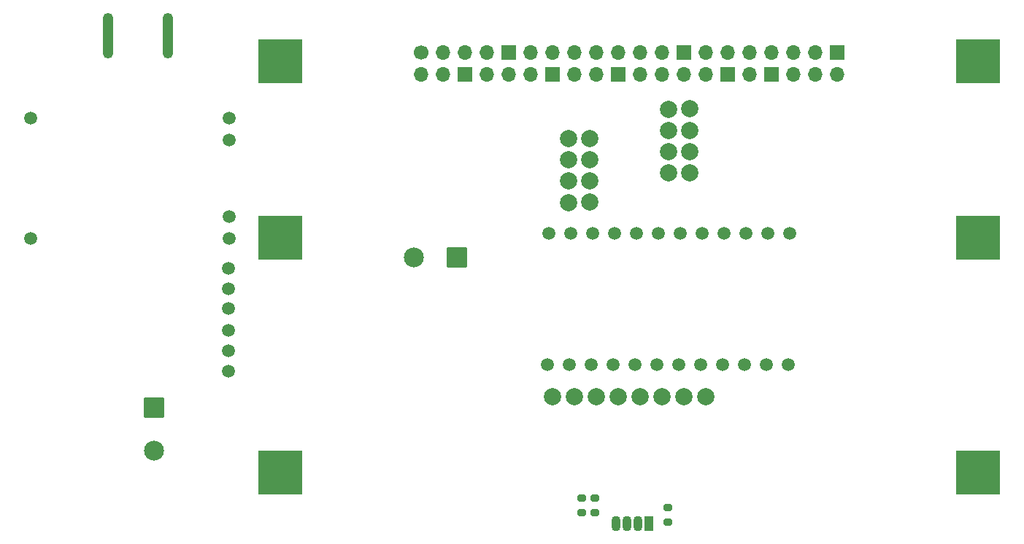
<source format=gbr>
%TF.GenerationSoftware,KiCad,Pcbnew,8.0.3*%
%TF.CreationDate,2024-06-25T13:40:25-04:00*%
%TF.ProjectId,StringsVR-SheepyHat,53747269-6e67-4735-9652-2d5368656570,rev?*%
%TF.SameCoordinates,Original*%
%TF.FileFunction,Soldermask,Top*%
%TF.FilePolarity,Negative*%
%FSLAX46Y46*%
G04 Gerber Fmt 4.6, Leading zero omitted, Abs format (unit mm)*
G04 Created by KiCad (PCBNEW 8.0.3) date 2024-06-25 13:40:25*
%MOMM*%
%LPD*%
G01*
G04 APERTURE LIST*
G04 Aperture macros list*
%AMRoundRect*
0 Rectangle with rounded corners*
0 $1 Rounding radius*
0 $2 $3 $4 $5 $6 $7 $8 $9 X,Y pos of 4 corners*
0 Add a 4 corners polygon primitive as box body*
4,1,4,$2,$3,$4,$5,$6,$7,$8,$9,$2,$3,0*
0 Add four circle primitives for the rounded corners*
1,1,$1+$1,$2,$3*
1,1,$1+$1,$4,$5*
1,1,$1+$1,$6,$7*
1,1,$1+$1,$8,$9*
0 Add four rect primitives between the rounded corners*
20,1,$1+$1,$2,$3,$4,$5,0*
20,1,$1+$1,$4,$5,$6,$7,0*
20,1,$1+$1,$6,$7,$8,$9,0*
20,1,$1+$1,$8,$9,$2,$3,0*%
%AMFreePoly0*
4,1,5,2.500000,-2.500000,-2.500000,-2.500000,-2.500000,2.500000,2.500000,2.500000,2.500000,-2.500000,2.500000,-2.500000,$1*%
G04 Aperture macros list end*
%ADD10O,1.200000X5.300000*%
%ADD11RoundRect,0.200000X0.275000X-0.200000X0.275000X0.200000X-0.275000X0.200000X-0.275000X-0.200000X0*%
%ADD12C,1.500000*%
%ADD13C,2.000000*%
%ADD14RoundRect,0.102000X1.050000X1.050000X-1.050000X1.050000X-1.050000X-1.050000X1.050000X-1.050000X0*%
%ADD15C,2.304000*%
%ADD16FreePoly0,180.000000*%
%ADD17RoundRect,0.102000X-1.050000X1.050000X-1.050000X-1.050000X1.050000X-1.050000X1.050000X1.050000X0*%
%ADD18R,1.070000X1.800000*%
%ADD19O,1.070000X1.800000*%
%ADD20C,1.700000*%
%ADD21O,1.700000X1.700000*%
%ADD22R,1.700000X1.700000*%
G04 APERTURE END LIST*
D10*
%TO.C,SW2*%
X78055000Y-71285000D03*
X85040000Y-71285000D03*
%TD*%
D11*
%TO.C,R1*%
X143040000Y-127785000D03*
X143040000Y-126135000D03*
%TD*%
D12*
%TO.C,U2*%
X157040000Y-109485000D03*
X154500000Y-109485000D03*
X151960000Y-109485000D03*
X149420000Y-109485000D03*
X146880000Y-109485000D03*
X144340000Y-109485000D03*
X141800000Y-109485000D03*
X139260000Y-109485000D03*
X136720000Y-109485000D03*
X134180000Y-109485000D03*
X131640000Y-109485000D03*
X129100000Y-109485000D03*
X129260000Y-94285000D03*
X131800000Y-94285000D03*
X134340000Y-94285000D03*
X136880000Y-94285000D03*
X139420000Y-94285000D03*
X141960000Y-94285000D03*
X144500000Y-94285000D03*
X147040000Y-94285000D03*
X149580000Y-94285000D03*
X152120000Y-94285000D03*
X154660000Y-94285000D03*
X157200000Y-94285000D03*
%TD*%
D13*
%TO.C,J1*%
X147428857Y-113253425D03*
X144888857Y-113253425D03*
X142348857Y-113253425D03*
X139808857Y-113253425D03*
X137268857Y-113253425D03*
X134728857Y-113253425D03*
X132188857Y-113253425D03*
X129648857Y-113253425D03*
%TD*%
D11*
%TO.C,R2*%
X134540000Y-126685000D03*
X134540000Y-125035000D03*
%TD*%
D14*
%TO.C,J3*%
X118540000Y-97035000D03*
D15*
X113540000Y-97035000D03*
%TD*%
D16*
%TO.C,U8*%
X179040000Y-122035000D03*
X98040000Y-122035000D03*
%TD*%
D17*
%TO.C,J4*%
X83402500Y-114535000D03*
D15*
X83402500Y-119535000D03*
%TD*%
D16*
%TO.C,U6*%
X179040000Y-74285000D03*
X98040000Y-74285000D03*
%TD*%
D13*
%TO.C,U1*%
X143080000Y-79845000D03*
X143080000Y-82305000D03*
X143080000Y-84765000D03*
X143080000Y-87225000D03*
X145540000Y-79825000D03*
X145540000Y-82285000D03*
X145540000Y-84745000D03*
X145540000Y-87205000D03*
%TD*%
D16*
%TO.C,U7*%
X179040000Y-94785000D03*
X98040000Y-94785000D03*
%TD*%
D18*
%TO.C,D1*%
X140828070Y-127925458D03*
D19*
X139558070Y-127925458D03*
X138288070Y-127925458D03*
X137018070Y-127925458D03*
%TD*%
D13*
%TO.C,U3*%
X134000000Y-90645000D03*
X134000000Y-88185000D03*
X134000000Y-85725000D03*
X134000000Y-83265000D03*
X131540000Y-90665000D03*
X131540000Y-88205000D03*
X131540000Y-85745000D03*
X131540000Y-83285000D03*
%TD*%
D12*
%TO.C,U4*%
X69140000Y-80885000D03*
X69140000Y-94885000D03*
X92140000Y-80885000D03*
X92140000Y-83425000D03*
X92140000Y-92345000D03*
X92140000Y-94885000D03*
%TD*%
D11*
%TO.C,R3*%
X133040000Y-126685000D03*
X133040000Y-125035000D03*
%TD*%
D12*
%TO.C,U5*%
X92040000Y-110285000D03*
X92040000Y-107885000D03*
X92040000Y-105555000D03*
X92040000Y-103015000D03*
X92040000Y-100685000D03*
X92040000Y-98285000D03*
%TD*%
D20*
%TO.C,J2*%
X114420000Y-73245000D03*
D21*
X114420000Y-75785000D03*
X116960000Y-73245000D03*
X116960000Y-75785000D03*
X119500000Y-73245000D03*
D22*
X119500000Y-75785000D03*
D21*
X122040000Y-73245000D03*
X122040000Y-75785000D03*
D22*
X124580000Y-73245000D03*
D21*
X124580000Y-75785000D03*
X127120000Y-73245000D03*
X127120000Y-75785000D03*
X129660000Y-73245000D03*
D22*
X129660000Y-75785000D03*
D21*
X132200000Y-73245000D03*
X132200000Y-75785000D03*
X134740000Y-73245000D03*
X134740000Y-75785000D03*
X137280000Y-73245000D03*
D22*
X137280000Y-75785000D03*
D21*
X139820000Y-73245000D03*
X139820000Y-75785000D03*
X142360000Y-73245000D03*
X142360000Y-75785000D03*
D22*
X144900000Y-73245000D03*
D21*
X144900000Y-75785000D03*
X147440000Y-73245000D03*
X147440000Y-75785000D03*
X149980000Y-73245000D03*
D22*
X149980000Y-75785000D03*
D21*
X152520000Y-73245000D03*
X152520000Y-75785000D03*
X155060000Y-73245000D03*
D22*
X155060000Y-75785000D03*
D21*
X157600000Y-73245000D03*
X157600000Y-75785000D03*
X160140000Y-73245000D03*
X160140000Y-75785000D03*
D22*
X162680000Y-73245000D03*
D21*
X162680000Y-75785000D03*
%TD*%
M02*

</source>
